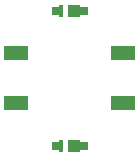
<source format=gtp>
G04 Layer_Color=8421504*
%FSLAX25Y25*%
%MOIN*%
G70*
G01*
G75*
%ADD10R,0.02559X0.03150*%
%ADD11R,0.04016X0.04488*%
%ADD12R,0.01181X0.04488*%
%ADD13R,0.08268X0.05118*%
D10*
X-4648Y22500D02*
D03*
X4742D02*
D03*
X-4648Y-22500D02*
D03*
X4742D02*
D03*
D11*
X1494Y22500D02*
D03*
Y-22500D02*
D03*
D12*
X-2876Y22500D02*
D03*
Y-22500D02*
D03*
D13*
X17913Y8465D02*
D03*
X-17913D02*
D03*
X17913Y-8465D02*
D03*
X-17913D02*
D03*
M02*

</source>
